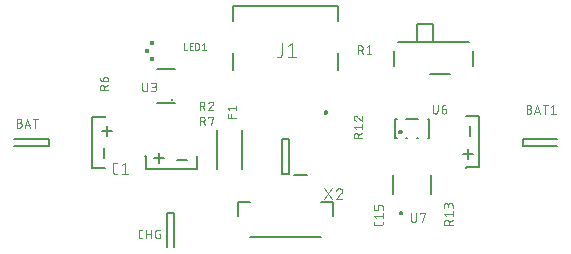
<source format=gbr>
G04 EAGLE Gerber RS-274X export*
G75*
%MOMM*%
%FSLAX34Y34*%
%LPD*%
%INSilkscreen Top*%
%IPPOS*%
%AMOC8*
5,1,8,0,0,1.08239X$1,22.5*%
G01*
%ADD10C,0.127000*%
%ADD11C,0.200000*%
%ADD12C,0.101600*%
%ADD13C,0.076200*%
%ADD14C,0.152400*%
%ADD15C,0.200000*%
%ADD16R,0.425000X0.325000*%
%ADD17R,0.350000X0.350000*%
%ADD18C,0.050800*%
%ADD19C,0.177800*%


D10*
X282825Y180259D02*
X282825Y194659D01*
X193425Y194659D02*
X193425Y180259D01*
X193425Y222059D02*
X193425Y234359D01*
X282825Y234359D01*
X282825Y222059D01*
D11*
X271125Y144359D02*
X271127Y144422D01*
X271133Y144484D01*
X271143Y144546D01*
X271156Y144608D01*
X271174Y144668D01*
X271195Y144727D01*
X271220Y144785D01*
X271249Y144841D01*
X271281Y144895D01*
X271316Y144947D01*
X271354Y144996D01*
X271396Y145044D01*
X271440Y145088D01*
X271488Y145130D01*
X271537Y145168D01*
X271589Y145203D01*
X271643Y145235D01*
X271699Y145264D01*
X271757Y145289D01*
X271816Y145310D01*
X271876Y145328D01*
X271938Y145341D01*
X272000Y145351D01*
X272062Y145357D01*
X272125Y145359D01*
X272188Y145357D01*
X272250Y145351D01*
X272312Y145341D01*
X272374Y145328D01*
X272434Y145310D01*
X272493Y145289D01*
X272551Y145264D01*
X272607Y145235D01*
X272661Y145203D01*
X272713Y145168D01*
X272762Y145130D01*
X272810Y145088D01*
X272854Y145044D01*
X272896Y144996D01*
X272934Y144947D01*
X272969Y144895D01*
X273001Y144841D01*
X273030Y144785D01*
X273055Y144727D01*
X273076Y144668D01*
X273094Y144608D01*
X273107Y144546D01*
X273117Y144484D01*
X273123Y144422D01*
X273125Y144359D01*
X273123Y144296D01*
X273117Y144234D01*
X273107Y144172D01*
X273094Y144110D01*
X273076Y144050D01*
X273055Y143991D01*
X273030Y143933D01*
X273001Y143877D01*
X272969Y143823D01*
X272934Y143771D01*
X272896Y143722D01*
X272854Y143674D01*
X272810Y143630D01*
X272762Y143588D01*
X272713Y143550D01*
X272661Y143515D01*
X272607Y143483D01*
X272551Y143454D01*
X272493Y143429D01*
X272434Y143408D01*
X272374Y143390D01*
X272312Y143377D01*
X272250Y143367D01*
X272188Y143361D01*
X272125Y143359D01*
X272062Y143361D01*
X272000Y143367D01*
X271938Y143377D01*
X271876Y143390D01*
X271816Y143408D01*
X271757Y143429D01*
X271699Y143454D01*
X271643Y143483D01*
X271589Y143515D01*
X271537Y143550D01*
X271488Y143588D01*
X271440Y143630D01*
X271396Y143674D01*
X271354Y143722D01*
X271316Y143771D01*
X271281Y143823D01*
X271249Y143877D01*
X271220Y143933D01*
X271195Y143991D01*
X271174Y144050D01*
X271156Y144110D01*
X271143Y144172D01*
X271133Y144234D01*
X271127Y144296D01*
X271125Y144359D01*
D12*
X234853Y193764D02*
X234853Y202851D01*
X234852Y193764D02*
X234850Y193665D01*
X234844Y193565D01*
X234835Y193466D01*
X234822Y193368D01*
X234805Y193270D01*
X234784Y193172D01*
X234759Y193076D01*
X234731Y192981D01*
X234699Y192887D01*
X234664Y192794D01*
X234625Y192702D01*
X234582Y192612D01*
X234537Y192524D01*
X234487Y192437D01*
X234435Y192353D01*
X234379Y192270D01*
X234321Y192190D01*
X234259Y192112D01*
X234194Y192037D01*
X234126Y191964D01*
X234056Y191894D01*
X233983Y191826D01*
X233908Y191761D01*
X233830Y191699D01*
X233750Y191641D01*
X233667Y191585D01*
X233583Y191533D01*
X233496Y191483D01*
X233408Y191438D01*
X233318Y191395D01*
X233226Y191356D01*
X233133Y191321D01*
X233039Y191289D01*
X232944Y191261D01*
X232848Y191236D01*
X232750Y191215D01*
X232652Y191198D01*
X232554Y191185D01*
X232455Y191176D01*
X232355Y191170D01*
X232256Y191168D01*
X232256Y191167D02*
X230958Y191167D01*
X240126Y200255D02*
X243371Y202851D01*
X243371Y191167D01*
X240126Y191167D02*
X246617Y191167D01*
D10*
X201400Y129409D02*
X201400Y96809D01*
X179600Y96809D02*
X179600Y129409D01*
D13*
X188943Y139929D02*
X196309Y139929D01*
X188943Y139929D02*
X188943Y143203D01*
X192216Y143203D02*
X192216Y139929D01*
X190579Y146009D02*
X188943Y148055D01*
X196309Y148055D01*
X196309Y146009D02*
X196309Y150101D01*
D12*
X165458Y153555D02*
X165458Y146443D01*
X165458Y153555D02*
X167433Y153555D01*
X167520Y153553D01*
X167608Y153547D01*
X167695Y153538D01*
X167781Y153524D01*
X167867Y153507D01*
X167951Y153486D01*
X168035Y153461D01*
X168118Y153432D01*
X168199Y153400D01*
X168279Y153365D01*
X168357Y153326D01*
X168434Y153283D01*
X168508Y153237D01*
X168580Y153188D01*
X168650Y153136D01*
X168718Y153080D01*
X168783Y153022D01*
X168846Y152961D01*
X168905Y152897D01*
X168962Y152830D01*
X169016Y152762D01*
X169067Y152690D01*
X169114Y152617D01*
X169159Y152542D01*
X169200Y152464D01*
X169237Y152385D01*
X169271Y152305D01*
X169301Y152223D01*
X169328Y152140D01*
X169351Y152055D01*
X169370Y151970D01*
X169385Y151884D01*
X169397Y151797D01*
X169405Y151710D01*
X169409Y151623D01*
X169409Y151535D01*
X169405Y151448D01*
X169397Y151361D01*
X169385Y151274D01*
X169370Y151188D01*
X169351Y151103D01*
X169328Y151018D01*
X169301Y150935D01*
X169271Y150853D01*
X169237Y150773D01*
X169200Y150694D01*
X169159Y150616D01*
X169114Y150541D01*
X169067Y150468D01*
X169016Y150396D01*
X168962Y150328D01*
X168905Y150261D01*
X168846Y150197D01*
X168783Y150136D01*
X168718Y150078D01*
X168650Y150022D01*
X168580Y149970D01*
X168508Y149921D01*
X168434Y149875D01*
X168357Y149832D01*
X168279Y149793D01*
X168199Y149758D01*
X168118Y149726D01*
X168035Y149697D01*
X167951Y149672D01*
X167867Y149651D01*
X167781Y149634D01*
X167695Y149620D01*
X167608Y149611D01*
X167520Y149605D01*
X167433Y149603D01*
X165458Y149603D01*
X167829Y149603D02*
X169409Y146443D01*
X174886Y153555D02*
X174968Y153553D01*
X175050Y153547D01*
X175132Y153538D01*
X175213Y153525D01*
X175293Y153508D01*
X175373Y153487D01*
X175451Y153463D01*
X175528Y153435D01*
X175604Y153404D01*
X175679Y153369D01*
X175751Y153330D01*
X175822Y153289D01*
X175891Y153244D01*
X175957Y153196D01*
X176022Y153145D01*
X176084Y153091D01*
X176143Y153034D01*
X176200Y152975D01*
X176254Y152913D01*
X176305Y152848D01*
X176353Y152782D01*
X176398Y152713D01*
X176439Y152642D01*
X176478Y152570D01*
X176513Y152495D01*
X176544Y152419D01*
X176572Y152342D01*
X176596Y152264D01*
X176617Y152184D01*
X176634Y152104D01*
X176647Y152023D01*
X176656Y151941D01*
X176662Y151859D01*
X176664Y151777D01*
X174886Y153554D02*
X174793Y153552D01*
X174701Y153546D01*
X174609Y153537D01*
X174517Y153524D01*
X174426Y153507D01*
X174336Y153487D01*
X174246Y153463D01*
X174158Y153435D01*
X174070Y153403D01*
X173985Y153369D01*
X173900Y153330D01*
X173818Y153289D01*
X173737Y153244D01*
X173657Y153195D01*
X173580Y153144D01*
X173505Y153090D01*
X173433Y153032D01*
X173363Y152972D01*
X173295Y152908D01*
X173230Y152843D01*
X173167Y152774D01*
X173108Y152703D01*
X173051Y152630D01*
X172997Y152554D01*
X172947Y152477D01*
X172899Y152397D01*
X172855Y152316D01*
X172815Y152232D01*
X172777Y152148D01*
X172743Y152061D01*
X172713Y151974D01*
X176071Y150394D02*
X176132Y150455D01*
X176190Y150518D01*
X176245Y150584D01*
X176298Y150652D01*
X176347Y150723D01*
X176392Y150795D01*
X176435Y150870D01*
X176474Y150946D01*
X176510Y151025D01*
X176542Y151104D01*
X176570Y151185D01*
X176595Y151268D01*
X176616Y151351D01*
X176633Y151435D01*
X176647Y151520D01*
X176656Y151605D01*
X176662Y151691D01*
X176664Y151777D01*
X176071Y150394D02*
X172713Y146443D01*
X176664Y146443D01*
X299458Y194052D02*
X299458Y201164D01*
X301433Y201164D01*
X301520Y201162D01*
X301608Y201156D01*
X301695Y201147D01*
X301781Y201133D01*
X301867Y201116D01*
X301951Y201095D01*
X302035Y201070D01*
X302118Y201041D01*
X302199Y201009D01*
X302279Y200974D01*
X302357Y200935D01*
X302434Y200892D01*
X302508Y200846D01*
X302580Y200797D01*
X302650Y200745D01*
X302718Y200689D01*
X302783Y200631D01*
X302846Y200570D01*
X302905Y200506D01*
X302962Y200439D01*
X303016Y200371D01*
X303067Y200299D01*
X303114Y200226D01*
X303159Y200151D01*
X303200Y200073D01*
X303237Y199994D01*
X303271Y199914D01*
X303301Y199832D01*
X303328Y199749D01*
X303351Y199664D01*
X303370Y199579D01*
X303385Y199493D01*
X303397Y199406D01*
X303405Y199319D01*
X303409Y199232D01*
X303409Y199144D01*
X303405Y199057D01*
X303397Y198970D01*
X303385Y198883D01*
X303370Y198797D01*
X303351Y198712D01*
X303328Y198627D01*
X303301Y198544D01*
X303271Y198462D01*
X303237Y198382D01*
X303200Y198303D01*
X303159Y198225D01*
X303114Y198150D01*
X303067Y198077D01*
X303016Y198005D01*
X302962Y197937D01*
X302905Y197870D01*
X302846Y197806D01*
X302783Y197745D01*
X302718Y197687D01*
X302650Y197631D01*
X302580Y197579D01*
X302508Y197530D01*
X302434Y197484D01*
X302357Y197441D01*
X302279Y197402D01*
X302199Y197367D01*
X302118Y197335D01*
X302035Y197306D01*
X301951Y197281D01*
X301867Y197260D01*
X301781Y197243D01*
X301695Y197229D01*
X301608Y197220D01*
X301520Y197214D01*
X301433Y197212D01*
X301433Y197213D02*
X299458Y197213D01*
X301829Y197213D02*
X303409Y194052D01*
X306713Y199583D02*
X308688Y201164D01*
X308688Y194052D01*
X306713Y194052D02*
X310664Y194052D01*
D14*
X144732Y152458D02*
X129112Y152458D01*
X129112Y180908D02*
X144732Y180908D01*
D15*
X141922Y155188D03*
D13*
X116725Y164224D02*
X116725Y169544D01*
X116725Y164224D02*
X116727Y164135D01*
X116733Y164046D01*
X116743Y163957D01*
X116756Y163869D01*
X116773Y163781D01*
X116795Y163694D01*
X116820Y163609D01*
X116848Y163524D01*
X116881Y163441D01*
X116917Y163359D01*
X116956Y163279D01*
X116999Y163201D01*
X117045Y163125D01*
X117095Y163050D01*
X117148Y162978D01*
X117204Y162909D01*
X117263Y162842D01*
X117324Y162777D01*
X117389Y162716D01*
X117456Y162657D01*
X117525Y162601D01*
X117597Y162548D01*
X117672Y162498D01*
X117748Y162452D01*
X117826Y162409D01*
X117906Y162370D01*
X117988Y162334D01*
X118071Y162301D01*
X118156Y162273D01*
X118241Y162248D01*
X118328Y162226D01*
X118416Y162209D01*
X118504Y162196D01*
X118593Y162186D01*
X118682Y162180D01*
X118771Y162178D01*
X118860Y162180D01*
X118949Y162186D01*
X119038Y162196D01*
X119126Y162209D01*
X119214Y162226D01*
X119301Y162248D01*
X119386Y162273D01*
X119471Y162301D01*
X119554Y162334D01*
X119636Y162370D01*
X119716Y162409D01*
X119794Y162452D01*
X119870Y162498D01*
X119945Y162548D01*
X120017Y162601D01*
X120086Y162657D01*
X120153Y162716D01*
X120218Y162777D01*
X120279Y162842D01*
X120338Y162909D01*
X120394Y162978D01*
X120447Y163050D01*
X120497Y163125D01*
X120543Y163201D01*
X120586Y163279D01*
X120625Y163359D01*
X120661Y163441D01*
X120694Y163524D01*
X120722Y163609D01*
X120747Y163694D01*
X120769Y163781D01*
X120786Y163869D01*
X120799Y163957D01*
X120809Y164046D01*
X120815Y164135D01*
X120817Y164224D01*
X120817Y169544D01*
X124284Y162178D02*
X126330Y162178D01*
X126419Y162180D01*
X126508Y162186D01*
X126597Y162196D01*
X126685Y162209D01*
X126773Y162226D01*
X126860Y162248D01*
X126945Y162273D01*
X127030Y162301D01*
X127113Y162334D01*
X127195Y162370D01*
X127275Y162409D01*
X127353Y162452D01*
X127429Y162498D01*
X127504Y162548D01*
X127576Y162601D01*
X127645Y162657D01*
X127712Y162716D01*
X127777Y162777D01*
X127838Y162842D01*
X127897Y162909D01*
X127953Y162978D01*
X128006Y163050D01*
X128056Y163125D01*
X128102Y163201D01*
X128145Y163279D01*
X128184Y163359D01*
X128220Y163441D01*
X128253Y163524D01*
X128281Y163609D01*
X128306Y163694D01*
X128328Y163781D01*
X128345Y163869D01*
X128358Y163957D01*
X128368Y164046D01*
X128374Y164135D01*
X128376Y164224D01*
X128374Y164313D01*
X128368Y164402D01*
X128358Y164491D01*
X128345Y164579D01*
X128328Y164667D01*
X128306Y164754D01*
X128281Y164839D01*
X128253Y164924D01*
X128220Y165007D01*
X128184Y165089D01*
X128145Y165169D01*
X128102Y165247D01*
X128056Y165323D01*
X128006Y165398D01*
X127953Y165470D01*
X127897Y165539D01*
X127838Y165606D01*
X127777Y165671D01*
X127712Y165732D01*
X127645Y165791D01*
X127576Y165847D01*
X127504Y165900D01*
X127429Y165950D01*
X127353Y165996D01*
X127275Y166039D01*
X127195Y166078D01*
X127113Y166114D01*
X127030Y166147D01*
X126945Y166175D01*
X126860Y166200D01*
X126773Y166222D01*
X126685Y166239D01*
X126597Y166252D01*
X126508Y166262D01*
X126419Y166268D01*
X126330Y166270D01*
X126739Y169544D02*
X124284Y169544D01*
X126739Y169544D02*
X126818Y169542D01*
X126897Y169536D01*
X126976Y169527D01*
X127054Y169514D01*
X127131Y169496D01*
X127207Y169476D01*
X127282Y169451D01*
X127356Y169423D01*
X127429Y169392D01*
X127500Y169356D01*
X127569Y169318D01*
X127636Y169276D01*
X127701Y169231D01*
X127764Y169183D01*
X127825Y169132D01*
X127882Y169078D01*
X127938Y169022D01*
X127990Y168963D01*
X128040Y168901D01*
X128086Y168837D01*
X128130Y168771D01*
X128170Y168703D01*
X128206Y168633D01*
X128240Y168561D01*
X128270Y168487D01*
X128296Y168413D01*
X128319Y168337D01*
X128337Y168260D01*
X128353Y168183D01*
X128364Y168104D01*
X128372Y168026D01*
X128376Y167947D01*
X128376Y167867D01*
X128372Y167788D01*
X128364Y167710D01*
X128353Y167631D01*
X128337Y167554D01*
X128319Y167477D01*
X128296Y167401D01*
X128270Y167327D01*
X128240Y167253D01*
X128206Y167181D01*
X128170Y167111D01*
X128130Y167043D01*
X128086Y166977D01*
X128040Y166913D01*
X127990Y166851D01*
X127938Y166792D01*
X127882Y166736D01*
X127825Y166682D01*
X127764Y166631D01*
X127701Y166583D01*
X127636Y166538D01*
X127569Y166496D01*
X127500Y166458D01*
X127429Y166422D01*
X127356Y166391D01*
X127282Y166363D01*
X127207Y166338D01*
X127131Y166318D01*
X127054Y166300D01*
X126976Y166287D01*
X126897Y166278D01*
X126818Y166272D01*
X126739Y166270D01*
X125102Y166270D01*
D12*
X165552Y140711D02*
X165552Y133599D01*
X165552Y140711D02*
X167527Y140711D01*
X167614Y140709D01*
X167702Y140703D01*
X167789Y140694D01*
X167875Y140680D01*
X167961Y140663D01*
X168045Y140642D01*
X168129Y140617D01*
X168212Y140588D01*
X168293Y140556D01*
X168373Y140521D01*
X168451Y140482D01*
X168528Y140439D01*
X168602Y140393D01*
X168674Y140344D01*
X168744Y140292D01*
X168812Y140236D01*
X168877Y140178D01*
X168940Y140117D01*
X168999Y140053D01*
X169056Y139986D01*
X169110Y139918D01*
X169161Y139846D01*
X169208Y139773D01*
X169253Y139698D01*
X169294Y139620D01*
X169331Y139541D01*
X169365Y139461D01*
X169395Y139379D01*
X169422Y139296D01*
X169445Y139211D01*
X169464Y139126D01*
X169479Y139040D01*
X169491Y138953D01*
X169499Y138866D01*
X169503Y138779D01*
X169503Y138691D01*
X169499Y138604D01*
X169491Y138517D01*
X169479Y138430D01*
X169464Y138344D01*
X169445Y138259D01*
X169422Y138174D01*
X169395Y138091D01*
X169365Y138009D01*
X169331Y137929D01*
X169294Y137850D01*
X169253Y137772D01*
X169208Y137697D01*
X169161Y137624D01*
X169110Y137552D01*
X169056Y137484D01*
X168999Y137417D01*
X168940Y137353D01*
X168877Y137292D01*
X168812Y137234D01*
X168744Y137178D01*
X168674Y137126D01*
X168602Y137077D01*
X168528Y137031D01*
X168451Y136988D01*
X168373Y136949D01*
X168293Y136914D01*
X168212Y136882D01*
X168129Y136853D01*
X168045Y136828D01*
X167961Y136807D01*
X167875Y136790D01*
X167789Y136776D01*
X167702Y136767D01*
X167614Y136761D01*
X167527Y136759D01*
X167527Y136760D02*
X165552Y136760D01*
X167922Y136760D02*
X169503Y133599D01*
X172807Y139921D02*
X172807Y140711D01*
X176758Y140711D01*
X174782Y133599D01*
D13*
X95761Y92475D02*
X93673Y92475D01*
X93584Y92477D01*
X93496Y92483D01*
X93408Y92492D01*
X93320Y92505D01*
X93233Y92522D01*
X93147Y92542D01*
X93062Y92567D01*
X92977Y92594D01*
X92894Y92626D01*
X92813Y92660D01*
X92733Y92699D01*
X92655Y92740D01*
X92578Y92785D01*
X92504Y92833D01*
X92431Y92884D01*
X92361Y92938D01*
X92294Y92996D01*
X92228Y93056D01*
X92166Y93118D01*
X92106Y93184D01*
X92048Y93251D01*
X91994Y93321D01*
X91943Y93394D01*
X91895Y93468D01*
X91850Y93545D01*
X91809Y93623D01*
X91770Y93703D01*
X91736Y93784D01*
X91704Y93867D01*
X91677Y93952D01*
X91652Y94037D01*
X91632Y94123D01*
X91615Y94210D01*
X91602Y94298D01*
X91593Y94386D01*
X91587Y94474D01*
X91585Y94563D01*
X91584Y94563D02*
X91584Y99784D01*
X91585Y99784D02*
X91587Y99875D01*
X91593Y99966D01*
X91603Y100057D01*
X91617Y100147D01*
X91634Y100236D01*
X91656Y100324D01*
X91682Y100412D01*
X91711Y100498D01*
X91744Y100583D01*
X91781Y100666D01*
X91821Y100748D01*
X91865Y100828D01*
X91912Y100906D01*
X91963Y100982D01*
X92016Y101055D01*
X92073Y101126D01*
X92134Y101195D01*
X92197Y101260D01*
X92262Y101323D01*
X92331Y101383D01*
X92402Y101441D01*
X92475Y101494D01*
X92551Y101545D01*
X92629Y101592D01*
X92709Y101636D01*
X92791Y101676D01*
X92874Y101713D01*
X92959Y101746D01*
X93045Y101775D01*
X93133Y101801D01*
X93221Y101823D01*
X93310Y101840D01*
X93400Y101854D01*
X93491Y101864D01*
X93582Y101870D01*
X93673Y101872D01*
X93673Y101873D02*
X95761Y101873D01*
X99230Y99784D02*
X101840Y101873D01*
X101840Y92475D01*
X99230Y92475D02*
X104451Y92475D01*
D16*
X124688Y203328D03*
X124688Y189578D03*
D17*
X120813Y196453D03*
D18*
X152038Y197267D02*
X152038Y202855D01*
X152038Y197267D02*
X154522Y197267D01*
X156793Y197267D02*
X159277Y197267D01*
X156793Y197267D02*
X156793Y202855D01*
X159277Y202855D01*
X158656Y200371D02*
X156793Y200371D01*
X161537Y202855D02*
X161537Y197267D01*
X161537Y202855D02*
X163089Y202855D01*
X163089Y202854D02*
X163165Y202852D01*
X163241Y202847D01*
X163317Y202837D01*
X163392Y202824D01*
X163466Y202807D01*
X163540Y202787D01*
X163612Y202763D01*
X163683Y202736D01*
X163753Y202705D01*
X163821Y202671D01*
X163887Y202633D01*
X163951Y202592D01*
X164014Y202549D01*
X164074Y202502D01*
X164131Y202452D01*
X164186Y202399D01*
X164239Y202344D01*
X164289Y202287D01*
X164336Y202227D01*
X164379Y202164D01*
X164420Y202100D01*
X164458Y202034D01*
X164492Y201966D01*
X164523Y201896D01*
X164550Y201825D01*
X164574Y201752D01*
X164594Y201679D01*
X164611Y201605D01*
X164624Y201530D01*
X164634Y201454D01*
X164639Y201378D01*
X164641Y201302D01*
X164641Y198819D01*
X164639Y198740D01*
X164633Y198662D01*
X164623Y198584D01*
X164609Y198507D01*
X164591Y198430D01*
X164570Y198354D01*
X164544Y198280D01*
X164515Y198207D01*
X164482Y198136D01*
X164446Y198066D01*
X164406Y197998D01*
X164363Y197932D01*
X164316Y197869D01*
X164267Y197808D01*
X164214Y197750D01*
X164158Y197694D01*
X164100Y197641D01*
X164039Y197592D01*
X163976Y197545D01*
X163910Y197502D01*
X163842Y197462D01*
X163773Y197426D01*
X163701Y197393D01*
X163628Y197364D01*
X163554Y197338D01*
X163478Y197317D01*
X163401Y197299D01*
X163324Y197285D01*
X163246Y197275D01*
X163168Y197269D01*
X163089Y197267D01*
X161537Y197267D01*
X167206Y201613D02*
X168758Y202855D01*
X168758Y197267D01*
X167206Y197267D02*
X170311Y197267D01*
D12*
X87823Y163302D02*
X80711Y163302D01*
X80711Y165277D01*
X80713Y165364D01*
X80719Y165452D01*
X80728Y165539D01*
X80742Y165625D01*
X80759Y165711D01*
X80780Y165795D01*
X80805Y165879D01*
X80834Y165962D01*
X80866Y166043D01*
X80901Y166123D01*
X80940Y166201D01*
X80983Y166278D01*
X81029Y166352D01*
X81078Y166424D01*
X81130Y166494D01*
X81186Y166562D01*
X81244Y166627D01*
X81305Y166690D01*
X81369Y166749D01*
X81436Y166806D01*
X81504Y166860D01*
X81576Y166911D01*
X81649Y166958D01*
X81724Y167003D01*
X81802Y167044D01*
X81881Y167081D01*
X81961Y167115D01*
X82043Y167145D01*
X82126Y167172D01*
X82211Y167195D01*
X82296Y167214D01*
X82382Y167229D01*
X82469Y167241D01*
X82556Y167249D01*
X82643Y167253D01*
X82731Y167253D01*
X82818Y167249D01*
X82905Y167241D01*
X82992Y167229D01*
X83078Y167214D01*
X83163Y167195D01*
X83248Y167172D01*
X83331Y167145D01*
X83413Y167115D01*
X83493Y167081D01*
X83572Y167044D01*
X83650Y167003D01*
X83725Y166958D01*
X83798Y166911D01*
X83870Y166860D01*
X83938Y166806D01*
X84005Y166749D01*
X84069Y166690D01*
X84130Y166627D01*
X84188Y166562D01*
X84244Y166494D01*
X84296Y166424D01*
X84345Y166352D01*
X84391Y166278D01*
X84434Y166201D01*
X84473Y166123D01*
X84508Y166043D01*
X84540Y165962D01*
X84569Y165879D01*
X84594Y165795D01*
X84615Y165711D01*
X84632Y165625D01*
X84646Y165539D01*
X84655Y165452D01*
X84661Y165364D01*
X84663Y165277D01*
X84662Y165277D02*
X84662Y163302D01*
X84662Y165672D02*
X87823Y167253D01*
X83872Y170557D02*
X83872Y172927D01*
X83874Y173005D01*
X83880Y173082D01*
X83889Y173159D01*
X83902Y173235D01*
X83919Y173311D01*
X83940Y173386D01*
X83964Y173459D01*
X83992Y173532D01*
X84024Y173603D01*
X84059Y173672D01*
X84097Y173739D01*
X84138Y173805D01*
X84183Y173868D01*
X84231Y173929D01*
X84281Y173988D01*
X84335Y174044D01*
X84391Y174098D01*
X84450Y174148D01*
X84511Y174196D01*
X84574Y174241D01*
X84640Y174282D01*
X84707Y174320D01*
X84776Y174355D01*
X84847Y174387D01*
X84920Y174415D01*
X84993Y174439D01*
X85068Y174460D01*
X85144Y174477D01*
X85220Y174490D01*
X85297Y174499D01*
X85374Y174505D01*
X85452Y174507D01*
X85452Y174508D02*
X85848Y174508D01*
X85935Y174506D01*
X86023Y174500D01*
X86110Y174491D01*
X86196Y174477D01*
X86282Y174460D01*
X86366Y174439D01*
X86450Y174414D01*
X86533Y174385D01*
X86614Y174353D01*
X86694Y174318D01*
X86772Y174279D01*
X86849Y174236D01*
X86923Y174190D01*
X86995Y174141D01*
X87065Y174089D01*
X87133Y174033D01*
X87198Y173975D01*
X87261Y173914D01*
X87320Y173850D01*
X87377Y173783D01*
X87431Y173715D01*
X87482Y173643D01*
X87529Y173570D01*
X87574Y173495D01*
X87615Y173417D01*
X87652Y173338D01*
X87686Y173258D01*
X87716Y173176D01*
X87743Y173093D01*
X87766Y173008D01*
X87785Y172923D01*
X87800Y172837D01*
X87812Y172750D01*
X87820Y172663D01*
X87824Y172576D01*
X87824Y172488D01*
X87820Y172401D01*
X87812Y172314D01*
X87800Y172227D01*
X87785Y172141D01*
X87766Y172056D01*
X87743Y171971D01*
X87716Y171888D01*
X87686Y171806D01*
X87652Y171726D01*
X87615Y171647D01*
X87574Y171569D01*
X87529Y171494D01*
X87482Y171421D01*
X87431Y171349D01*
X87377Y171281D01*
X87320Y171214D01*
X87261Y171150D01*
X87198Y171089D01*
X87133Y171031D01*
X87065Y170975D01*
X86995Y170923D01*
X86923Y170874D01*
X86849Y170828D01*
X86772Y170785D01*
X86694Y170746D01*
X86614Y170711D01*
X86533Y170679D01*
X86450Y170650D01*
X86366Y170625D01*
X86282Y170604D01*
X86196Y170587D01*
X86110Y170573D01*
X86023Y170564D01*
X85935Y170558D01*
X85848Y170556D01*
X85848Y170557D02*
X83872Y170557D01*
X83872Y170556D02*
X83762Y170558D01*
X83652Y170564D01*
X83542Y170573D01*
X83432Y170587D01*
X83323Y170604D01*
X83215Y170625D01*
X83107Y170650D01*
X83001Y170678D01*
X82895Y170711D01*
X82791Y170747D01*
X82688Y170786D01*
X82586Y170829D01*
X82486Y170876D01*
X82388Y170926D01*
X82292Y170979D01*
X82197Y171036D01*
X82104Y171096D01*
X82014Y171160D01*
X81926Y171226D01*
X81840Y171296D01*
X81757Y171368D01*
X81676Y171443D01*
X81598Y171521D01*
X81523Y171602D01*
X81451Y171685D01*
X81381Y171771D01*
X81315Y171859D01*
X81251Y171949D01*
X81191Y172042D01*
X81135Y172136D01*
X81081Y172233D01*
X81031Y172331D01*
X80984Y172431D01*
X80941Y172533D01*
X80902Y172636D01*
X80866Y172740D01*
X80833Y172846D01*
X80805Y172952D01*
X80780Y173060D01*
X80759Y173168D01*
X80742Y173277D01*
X80728Y173387D01*
X80719Y173496D01*
X80713Y173607D01*
X80711Y173717D01*
D10*
X85438Y97063D02*
X74438Y97063D01*
X74438Y140063D01*
X85438Y140063D01*
X85438Y141063D01*
X37438Y116063D02*
X8438Y116063D01*
X37438Y116063D02*
X37438Y122063D01*
X8438Y122063D01*
D19*
X86668Y124812D02*
X86668Y133109D01*
X82520Y128960D02*
X90817Y128960D01*
X84668Y113959D02*
X84668Y105662D01*
D13*
X12542Y135595D02*
X10496Y135595D01*
X12542Y135595D02*
X12631Y135593D01*
X12720Y135587D01*
X12809Y135577D01*
X12897Y135564D01*
X12985Y135547D01*
X13072Y135525D01*
X13157Y135500D01*
X13242Y135472D01*
X13325Y135439D01*
X13407Y135403D01*
X13487Y135364D01*
X13565Y135321D01*
X13641Y135275D01*
X13716Y135225D01*
X13788Y135172D01*
X13857Y135116D01*
X13924Y135057D01*
X13989Y134996D01*
X14050Y134931D01*
X14109Y134864D01*
X14165Y134795D01*
X14218Y134723D01*
X14268Y134648D01*
X14314Y134572D01*
X14357Y134494D01*
X14396Y134414D01*
X14432Y134332D01*
X14465Y134249D01*
X14493Y134164D01*
X14518Y134079D01*
X14540Y133992D01*
X14557Y133904D01*
X14570Y133816D01*
X14580Y133727D01*
X14586Y133638D01*
X14588Y133549D01*
X14586Y133460D01*
X14580Y133371D01*
X14570Y133282D01*
X14557Y133194D01*
X14540Y133106D01*
X14518Y133019D01*
X14493Y132934D01*
X14465Y132849D01*
X14432Y132766D01*
X14396Y132684D01*
X14357Y132604D01*
X14314Y132526D01*
X14268Y132450D01*
X14218Y132375D01*
X14165Y132303D01*
X14109Y132234D01*
X14050Y132167D01*
X13989Y132102D01*
X13924Y132041D01*
X13857Y131982D01*
X13788Y131926D01*
X13716Y131873D01*
X13641Y131823D01*
X13565Y131777D01*
X13487Y131734D01*
X13407Y131695D01*
X13325Y131659D01*
X13242Y131626D01*
X13157Y131598D01*
X13072Y131573D01*
X12985Y131551D01*
X12897Y131534D01*
X12809Y131521D01*
X12720Y131511D01*
X12631Y131505D01*
X12542Y131503D01*
X10496Y131503D01*
X10496Y138869D01*
X12542Y138869D01*
X12621Y138867D01*
X12700Y138861D01*
X12779Y138852D01*
X12857Y138839D01*
X12934Y138821D01*
X13010Y138801D01*
X13085Y138776D01*
X13159Y138748D01*
X13232Y138717D01*
X13303Y138681D01*
X13372Y138643D01*
X13439Y138601D01*
X13504Y138556D01*
X13567Y138508D01*
X13628Y138457D01*
X13685Y138403D01*
X13741Y138347D01*
X13793Y138288D01*
X13843Y138226D01*
X13889Y138162D01*
X13933Y138096D01*
X13973Y138028D01*
X14009Y137958D01*
X14043Y137886D01*
X14073Y137812D01*
X14099Y137738D01*
X14122Y137662D01*
X14140Y137585D01*
X14156Y137508D01*
X14167Y137429D01*
X14175Y137351D01*
X14179Y137272D01*
X14179Y137192D01*
X14175Y137113D01*
X14167Y137035D01*
X14156Y136956D01*
X14140Y136879D01*
X14122Y136802D01*
X14099Y136726D01*
X14073Y136652D01*
X14043Y136578D01*
X14009Y136506D01*
X13973Y136436D01*
X13933Y136368D01*
X13889Y136302D01*
X13843Y136238D01*
X13793Y136176D01*
X13741Y136117D01*
X13685Y136061D01*
X13628Y136007D01*
X13567Y135956D01*
X13504Y135908D01*
X13439Y135863D01*
X13372Y135821D01*
X13303Y135783D01*
X13232Y135747D01*
X13159Y135716D01*
X13085Y135688D01*
X13010Y135663D01*
X12934Y135643D01*
X12857Y135625D01*
X12779Y135612D01*
X12700Y135603D01*
X12621Y135597D01*
X12542Y135595D01*
X17040Y131503D02*
X19495Y138869D01*
X21951Y131503D01*
X21337Y133345D02*
X17654Y133345D01*
X26323Y131503D02*
X26323Y138869D01*
X24277Y138869D02*
X28369Y138869D01*
D10*
X396641Y183500D02*
X396641Y196500D01*
X393141Y204000D02*
X362641Y204000D01*
X349641Y204000D01*
X333141Y204000D01*
X329641Y196500D02*
X329641Y183500D01*
X360141Y177000D02*
X377141Y177000D01*
X362641Y219000D02*
X349641Y219000D01*
X362641Y219000D02*
X362641Y204000D01*
X349641Y204000D02*
X349641Y219000D01*
D11*
X241375Y92406D02*
X234875Y92406D01*
X234875Y121906D01*
X241375Y121906D01*
X241375Y92406D01*
X244875Y91156D02*
X256375Y91156D01*
D10*
X163016Y96266D02*
X163016Y107266D01*
X163016Y96266D02*
X120016Y96266D01*
X120016Y107266D01*
X119016Y107266D01*
X144016Y59266D02*
X144016Y30266D01*
X144016Y59266D02*
X138016Y59266D01*
X138016Y30266D01*
D19*
X135267Y105731D02*
X126969Y105731D01*
X131118Y109879D02*
X131118Y101582D01*
X146119Y103731D02*
X154417Y103731D01*
D13*
X116838Y37706D02*
X115201Y37706D01*
X115123Y37708D01*
X115045Y37713D01*
X114968Y37723D01*
X114891Y37736D01*
X114815Y37752D01*
X114740Y37772D01*
X114666Y37796D01*
X114593Y37823D01*
X114521Y37854D01*
X114451Y37888D01*
X114383Y37925D01*
X114316Y37966D01*
X114251Y38010D01*
X114189Y38056D01*
X114129Y38106D01*
X114071Y38158D01*
X114016Y38213D01*
X113964Y38271D01*
X113914Y38331D01*
X113868Y38393D01*
X113824Y38458D01*
X113783Y38525D01*
X113746Y38593D01*
X113712Y38663D01*
X113681Y38735D01*
X113654Y38808D01*
X113630Y38882D01*
X113610Y38957D01*
X113594Y39033D01*
X113581Y39110D01*
X113571Y39187D01*
X113566Y39265D01*
X113564Y39343D01*
X113564Y43435D01*
X113566Y43515D01*
X113572Y43595D01*
X113582Y43675D01*
X113595Y43754D01*
X113613Y43833D01*
X113634Y43910D01*
X113660Y43986D01*
X113689Y44061D01*
X113721Y44135D01*
X113757Y44207D01*
X113797Y44277D01*
X113840Y44344D01*
X113886Y44410D01*
X113936Y44473D01*
X113988Y44534D01*
X114043Y44593D01*
X114102Y44648D01*
X114162Y44700D01*
X114226Y44750D01*
X114292Y44796D01*
X114359Y44839D01*
X114429Y44879D01*
X114501Y44915D01*
X114575Y44947D01*
X114649Y44976D01*
X114726Y45002D01*
X114803Y45023D01*
X114882Y45041D01*
X114961Y45054D01*
X115041Y45064D01*
X115121Y45070D01*
X115201Y45072D01*
X116838Y45072D01*
X119927Y45072D02*
X119927Y37706D01*
X119927Y41798D02*
X124019Y41798D01*
X124019Y45072D02*
X124019Y37706D01*
X130594Y41798D02*
X131822Y41798D01*
X131822Y37706D01*
X129367Y37706D01*
X129289Y37708D01*
X129211Y37713D01*
X129134Y37723D01*
X129057Y37736D01*
X128981Y37752D01*
X128906Y37772D01*
X128832Y37796D01*
X128759Y37823D01*
X128687Y37854D01*
X128617Y37888D01*
X128549Y37925D01*
X128482Y37966D01*
X128417Y38010D01*
X128355Y38056D01*
X128295Y38106D01*
X128237Y38158D01*
X128182Y38213D01*
X128130Y38271D01*
X128080Y38331D01*
X128034Y38393D01*
X127990Y38458D01*
X127949Y38525D01*
X127912Y38593D01*
X127878Y38663D01*
X127847Y38735D01*
X127820Y38808D01*
X127796Y38882D01*
X127776Y38957D01*
X127760Y39033D01*
X127747Y39110D01*
X127737Y39187D01*
X127732Y39265D01*
X127730Y39343D01*
X127730Y43435D01*
X127732Y43515D01*
X127738Y43595D01*
X127748Y43675D01*
X127761Y43754D01*
X127779Y43833D01*
X127800Y43910D01*
X127826Y43986D01*
X127855Y44061D01*
X127887Y44135D01*
X127923Y44207D01*
X127963Y44277D01*
X128006Y44344D01*
X128052Y44410D01*
X128102Y44473D01*
X128154Y44534D01*
X128209Y44593D01*
X128268Y44648D01*
X128328Y44700D01*
X128392Y44750D01*
X128458Y44796D01*
X128525Y44839D01*
X128595Y44879D01*
X128667Y44915D01*
X128741Y44947D01*
X128815Y44976D01*
X128892Y45002D01*
X128969Y45023D01*
X129048Y45041D01*
X129127Y45054D01*
X129207Y45064D01*
X129287Y45070D01*
X129367Y45072D01*
X131822Y45072D01*
D14*
X198125Y68188D02*
X208125Y68188D01*
X268125Y68188D02*
X278125Y68188D01*
X278125Y56938D01*
X268125Y39188D02*
X208125Y39188D01*
X198125Y56938D02*
X198125Y68188D01*
D13*
X270981Y70719D02*
X277247Y80117D01*
X270981Y80117D02*
X277247Y70719D01*
X285869Y77767D02*
X285867Y77862D01*
X285861Y77956D01*
X285852Y78050D01*
X285839Y78144D01*
X285822Y78237D01*
X285801Y78329D01*
X285776Y78421D01*
X285748Y78511D01*
X285716Y78600D01*
X285681Y78688D01*
X285642Y78774D01*
X285600Y78859D01*
X285554Y78942D01*
X285505Y79023D01*
X285453Y79102D01*
X285398Y79179D01*
X285339Y79253D01*
X285278Y79325D01*
X285214Y79395D01*
X285147Y79462D01*
X285077Y79526D01*
X285005Y79587D01*
X284931Y79646D01*
X284854Y79701D01*
X284775Y79753D01*
X284694Y79802D01*
X284611Y79848D01*
X284526Y79890D01*
X284440Y79929D01*
X284352Y79964D01*
X284263Y79996D01*
X284173Y80024D01*
X284081Y80049D01*
X283989Y80070D01*
X283896Y80087D01*
X283802Y80100D01*
X283708Y80109D01*
X283614Y80115D01*
X283519Y80117D01*
X283519Y80116D02*
X283411Y80114D01*
X283302Y80108D01*
X283194Y80098D01*
X283087Y80085D01*
X282980Y80067D01*
X282873Y80046D01*
X282768Y80021D01*
X282663Y79992D01*
X282560Y79960D01*
X282458Y79923D01*
X282357Y79883D01*
X282258Y79840D01*
X282160Y79793D01*
X282064Y79742D01*
X281970Y79688D01*
X281878Y79631D01*
X281788Y79570D01*
X281700Y79506D01*
X281615Y79440D01*
X281532Y79370D01*
X281452Y79297D01*
X281374Y79221D01*
X281299Y79143D01*
X281227Y79062D01*
X281158Y78978D01*
X281092Y78892D01*
X281029Y78804D01*
X280970Y78713D01*
X280913Y78621D01*
X280860Y78526D01*
X280811Y78430D01*
X280765Y78331D01*
X280722Y78232D01*
X280683Y78130D01*
X280648Y78028D01*
X285086Y75939D02*
X285155Y76008D01*
X285221Y76079D01*
X285285Y76152D01*
X285346Y76228D01*
X285404Y76307D01*
X285458Y76387D01*
X285510Y76470D01*
X285558Y76554D01*
X285604Y76640D01*
X285645Y76728D01*
X285684Y76818D01*
X285719Y76909D01*
X285750Y77001D01*
X285778Y77094D01*
X285802Y77188D01*
X285822Y77283D01*
X285839Y77379D01*
X285852Y77476D01*
X285861Y77573D01*
X285867Y77670D01*
X285869Y77767D01*
X285085Y75940D02*
X280648Y70719D01*
X285869Y70719D01*
D10*
X390813Y141063D02*
X401813Y141063D01*
X401813Y98063D01*
X390813Y98063D01*
X390813Y97063D01*
X438813Y122063D02*
X467813Y122063D01*
X438813Y122063D02*
X438813Y116063D01*
X467813Y116063D01*
D19*
X392347Y113314D02*
X392347Y105016D01*
X388199Y109165D02*
X396496Y109165D01*
X394347Y124166D02*
X394347Y132464D01*
D13*
X442131Y147145D02*
X444177Y147145D01*
X444266Y147143D01*
X444355Y147137D01*
X444444Y147127D01*
X444532Y147114D01*
X444620Y147097D01*
X444707Y147075D01*
X444792Y147050D01*
X444877Y147022D01*
X444960Y146989D01*
X445042Y146953D01*
X445122Y146914D01*
X445200Y146871D01*
X445276Y146825D01*
X445351Y146775D01*
X445423Y146722D01*
X445492Y146666D01*
X445559Y146607D01*
X445624Y146546D01*
X445685Y146481D01*
X445744Y146414D01*
X445800Y146345D01*
X445853Y146273D01*
X445903Y146198D01*
X445949Y146122D01*
X445992Y146044D01*
X446031Y145964D01*
X446067Y145882D01*
X446100Y145799D01*
X446128Y145714D01*
X446153Y145629D01*
X446175Y145542D01*
X446192Y145454D01*
X446205Y145366D01*
X446215Y145277D01*
X446221Y145188D01*
X446223Y145099D01*
X446221Y145010D01*
X446215Y144921D01*
X446205Y144832D01*
X446192Y144744D01*
X446175Y144656D01*
X446153Y144569D01*
X446128Y144484D01*
X446100Y144399D01*
X446067Y144316D01*
X446031Y144234D01*
X445992Y144154D01*
X445949Y144076D01*
X445903Y144000D01*
X445853Y143925D01*
X445800Y143853D01*
X445744Y143784D01*
X445685Y143717D01*
X445624Y143652D01*
X445559Y143591D01*
X445492Y143532D01*
X445423Y143476D01*
X445351Y143423D01*
X445276Y143373D01*
X445200Y143327D01*
X445122Y143284D01*
X445042Y143245D01*
X444960Y143209D01*
X444877Y143176D01*
X444792Y143148D01*
X444707Y143123D01*
X444620Y143101D01*
X444532Y143084D01*
X444444Y143071D01*
X444355Y143061D01*
X444266Y143055D01*
X444177Y143053D01*
X442131Y143053D01*
X442131Y150419D01*
X444177Y150419D01*
X444256Y150417D01*
X444335Y150411D01*
X444414Y150402D01*
X444492Y150389D01*
X444569Y150371D01*
X444645Y150351D01*
X444720Y150326D01*
X444794Y150298D01*
X444867Y150267D01*
X444938Y150231D01*
X445007Y150193D01*
X445074Y150151D01*
X445139Y150106D01*
X445202Y150058D01*
X445263Y150007D01*
X445320Y149953D01*
X445376Y149897D01*
X445428Y149838D01*
X445478Y149776D01*
X445524Y149712D01*
X445568Y149646D01*
X445608Y149578D01*
X445644Y149508D01*
X445678Y149436D01*
X445708Y149362D01*
X445734Y149288D01*
X445757Y149212D01*
X445775Y149135D01*
X445791Y149058D01*
X445802Y148979D01*
X445810Y148901D01*
X445814Y148822D01*
X445814Y148742D01*
X445810Y148663D01*
X445802Y148585D01*
X445791Y148506D01*
X445775Y148429D01*
X445757Y148352D01*
X445734Y148276D01*
X445708Y148202D01*
X445678Y148128D01*
X445644Y148056D01*
X445608Y147986D01*
X445568Y147918D01*
X445524Y147852D01*
X445478Y147788D01*
X445428Y147726D01*
X445376Y147667D01*
X445320Y147611D01*
X445263Y147557D01*
X445202Y147506D01*
X445139Y147458D01*
X445074Y147413D01*
X445007Y147371D01*
X444938Y147333D01*
X444867Y147297D01*
X444794Y147266D01*
X444720Y147238D01*
X444645Y147213D01*
X444569Y147193D01*
X444492Y147175D01*
X444414Y147162D01*
X444335Y147153D01*
X444256Y147147D01*
X444177Y147145D01*
X448675Y143053D02*
X451131Y150419D01*
X453586Y143053D01*
X452972Y144894D02*
X449289Y144894D01*
X457958Y143053D02*
X457958Y150419D01*
X455912Y150419D02*
X460004Y150419D01*
X462740Y148782D02*
X464786Y150419D01*
X464786Y143053D01*
X462740Y143053D02*
X466832Y143053D01*
D14*
X359501Y139069D02*
X359501Y122869D01*
X331061Y122869D02*
X331061Y139069D01*
X340061Y139069D02*
X350501Y139069D01*
X341001Y122869D02*
X340061Y122869D01*
X349561Y122869D02*
X350501Y122869D01*
X332001Y122869D02*
X331061Y122869D01*
X358561Y122869D02*
X359501Y122869D01*
X359501Y139069D02*
X358561Y139069D01*
X332001Y139069D02*
X331061Y139069D01*
D10*
X334281Y127969D02*
X334283Y128032D01*
X334289Y128094D01*
X334299Y128156D01*
X334312Y128218D01*
X334330Y128278D01*
X334351Y128337D01*
X334376Y128395D01*
X334405Y128451D01*
X334437Y128505D01*
X334472Y128557D01*
X334510Y128606D01*
X334552Y128654D01*
X334596Y128698D01*
X334644Y128740D01*
X334693Y128778D01*
X334745Y128813D01*
X334799Y128845D01*
X334855Y128874D01*
X334913Y128899D01*
X334972Y128920D01*
X335032Y128938D01*
X335094Y128951D01*
X335156Y128961D01*
X335218Y128967D01*
X335281Y128969D01*
X335344Y128967D01*
X335406Y128961D01*
X335468Y128951D01*
X335530Y128938D01*
X335590Y128920D01*
X335649Y128899D01*
X335707Y128874D01*
X335763Y128845D01*
X335817Y128813D01*
X335869Y128778D01*
X335918Y128740D01*
X335966Y128698D01*
X336010Y128654D01*
X336052Y128606D01*
X336090Y128557D01*
X336125Y128505D01*
X336157Y128451D01*
X336186Y128395D01*
X336211Y128337D01*
X336232Y128278D01*
X336250Y128218D01*
X336263Y128156D01*
X336273Y128094D01*
X336279Y128032D01*
X336281Y127969D01*
X336279Y127906D01*
X336273Y127844D01*
X336263Y127782D01*
X336250Y127720D01*
X336232Y127660D01*
X336211Y127601D01*
X336186Y127543D01*
X336157Y127487D01*
X336125Y127433D01*
X336090Y127381D01*
X336052Y127332D01*
X336010Y127284D01*
X335966Y127240D01*
X335918Y127198D01*
X335869Y127160D01*
X335817Y127125D01*
X335763Y127093D01*
X335707Y127064D01*
X335649Y127039D01*
X335590Y127018D01*
X335530Y127000D01*
X335468Y126987D01*
X335406Y126977D01*
X335344Y126971D01*
X335281Y126969D01*
X335218Y126971D01*
X335156Y126977D01*
X335094Y126987D01*
X335032Y127000D01*
X334972Y127018D01*
X334913Y127039D01*
X334855Y127064D01*
X334799Y127093D01*
X334745Y127125D01*
X334693Y127160D01*
X334644Y127198D01*
X334596Y127240D01*
X334552Y127284D01*
X334510Y127332D01*
X334472Y127381D01*
X334437Y127433D01*
X334405Y127487D01*
X334376Y127543D01*
X334351Y127601D01*
X334330Y127660D01*
X334312Y127720D01*
X334299Y127782D01*
X334289Y127844D01*
X334283Y127906D01*
X334281Y127969D01*
D13*
X362612Y145446D02*
X362612Y150766D01*
X362612Y145446D02*
X362614Y145357D01*
X362620Y145268D01*
X362630Y145179D01*
X362643Y145091D01*
X362660Y145003D01*
X362682Y144916D01*
X362707Y144831D01*
X362735Y144746D01*
X362768Y144663D01*
X362804Y144581D01*
X362843Y144501D01*
X362886Y144423D01*
X362932Y144347D01*
X362982Y144272D01*
X363035Y144200D01*
X363091Y144131D01*
X363150Y144064D01*
X363211Y143999D01*
X363276Y143938D01*
X363343Y143879D01*
X363412Y143823D01*
X363484Y143770D01*
X363559Y143720D01*
X363635Y143674D01*
X363713Y143631D01*
X363793Y143592D01*
X363875Y143556D01*
X363958Y143523D01*
X364043Y143495D01*
X364128Y143470D01*
X364215Y143448D01*
X364303Y143431D01*
X364391Y143418D01*
X364480Y143408D01*
X364569Y143402D01*
X364658Y143400D01*
X364747Y143402D01*
X364836Y143408D01*
X364925Y143418D01*
X365013Y143431D01*
X365101Y143448D01*
X365188Y143470D01*
X365273Y143495D01*
X365358Y143523D01*
X365441Y143556D01*
X365523Y143592D01*
X365603Y143631D01*
X365681Y143674D01*
X365757Y143720D01*
X365832Y143770D01*
X365904Y143823D01*
X365973Y143879D01*
X366040Y143938D01*
X366105Y143999D01*
X366166Y144064D01*
X366225Y144131D01*
X366281Y144200D01*
X366334Y144272D01*
X366384Y144347D01*
X366430Y144423D01*
X366473Y144501D01*
X366512Y144581D01*
X366548Y144663D01*
X366581Y144746D01*
X366609Y144831D01*
X366634Y144916D01*
X366656Y145003D01*
X366673Y145091D01*
X366686Y145179D01*
X366696Y145268D01*
X366702Y145357D01*
X366704Y145446D01*
X366704Y150766D01*
X370171Y147492D02*
X372627Y147492D01*
X372705Y147490D01*
X372783Y147485D01*
X372860Y147475D01*
X372937Y147462D01*
X373013Y147446D01*
X373088Y147426D01*
X373162Y147402D01*
X373235Y147375D01*
X373307Y147344D01*
X373377Y147310D01*
X373446Y147273D01*
X373512Y147232D01*
X373577Y147188D01*
X373639Y147142D01*
X373699Y147092D01*
X373757Y147040D01*
X373812Y146985D01*
X373864Y146927D01*
X373914Y146867D01*
X373960Y146805D01*
X374004Y146740D01*
X374045Y146674D01*
X374082Y146605D01*
X374116Y146535D01*
X374147Y146463D01*
X374174Y146390D01*
X374198Y146316D01*
X374218Y146241D01*
X374234Y146165D01*
X374247Y146088D01*
X374257Y146011D01*
X374262Y145933D01*
X374264Y145855D01*
X374264Y145446D01*
X374263Y145446D02*
X374261Y145357D01*
X374255Y145268D01*
X374245Y145179D01*
X374232Y145091D01*
X374215Y145003D01*
X374193Y144916D01*
X374168Y144831D01*
X374140Y144746D01*
X374107Y144663D01*
X374071Y144581D01*
X374032Y144501D01*
X373989Y144423D01*
X373943Y144347D01*
X373893Y144272D01*
X373840Y144200D01*
X373784Y144131D01*
X373725Y144064D01*
X373664Y143999D01*
X373599Y143938D01*
X373532Y143879D01*
X373463Y143823D01*
X373391Y143770D01*
X373316Y143720D01*
X373240Y143674D01*
X373162Y143631D01*
X373082Y143592D01*
X373000Y143556D01*
X372917Y143523D01*
X372832Y143495D01*
X372747Y143470D01*
X372660Y143448D01*
X372572Y143431D01*
X372484Y143418D01*
X372395Y143408D01*
X372306Y143402D01*
X372217Y143400D01*
X372128Y143402D01*
X372039Y143408D01*
X371950Y143418D01*
X371862Y143431D01*
X371774Y143448D01*
X371687Y143470D01*
X371602Y143495D01*
X371517Y143523D01*
X371434Y143556D01*
X371352Y143592D01*
X371272Y143631D01*
X371194Y143674D01*
X371118Y143720D01*
X371043Y143770D01*
X370971Y143823D01*
X370902Y143879D01*
X370835Y143938D01*
X370770Y143999D01*
X370709Y144064D01*
X370650Y144131D01*
X370594Y144200D01*
X370541Y144272D01*
X370491Y144347D01*
X370445Y144423D01*
X370402Y144501D01*
X370363Y144581D01*
X370327Y144663D01*
X370294Y144746D01*
X370266Y144831D01*
X370241Y144916D01*
X370219Y145003D01*
X370202Y145091D01*
X370189Y145179D01*
X370179Y145268D01*
X370173Y145357D01*
X370171Y145446D01*
X370171Y147492D01*
X370173Y147606D01*
X370179Y147720D01*
X370189Y147834D01*
X370203Y147948D01*
X370221Y148061D01*
X370243Y148173D01*
X370268Y148284D01*
X370298Y148394D01*
X370331Y148504D01*
X370368Y148612D01*
X370409Y148718D01*
X370454Y148824D01*
X370502Y148927D01*
X370554Y149029D01*
X370610Y149129D01*
X370668Y149227D01*
X370731Y149323D01*
X370796Y149416D01*
X370865Y149508D01*
X370937Y149596D01*
X371012Y149683D01*
X371090Y149766D01*
X371171Y149847D01*
X371254Y149925D01*
X371341Y150000D01*
X371429Y150072D01*
X371521Y150141D01*
X371614Y150206D01*
X371710Y150268D01*
X371808Y150327D01*
X371908Y150383D01*
X372010Y150435D01*
X372113Y150483D01*
X372219Y150528D01*
X372325Y150569D01*
X372433Y150606D01*
X372543Y150639D01*
X372653Y150669D01*
X372764Y150694D01*
X372876Y150716D01*
X372989Y150734D01*
X373103Y150748D01*
X373217Y150758D01*
X373331Y150764D01*
X373445Y150766D01*
D11*
X334831Y59064D02*
X334833Y59127D01*
X334839Y59189D01*
X334849Y59251D01*
X334862Y59313D01*
X334880Y59373D01*
X334901Y59432D01*
X334926Y59490D01*
X334955Y59546D01*
X334987Y59600D01*
X335022Y59652D01*
X335060Y59701D01*
X335102Y59749D01*
X335146Y59793D01*
X335194Y59835D01*
X335243Y59873D01*
X335295Y59908D01*
X335349Y59940D01*
X335405Y59969D01*
X335463Y59994D01*
X335522Y60015D01*
X335582Y60033D01*
X335644Y60046D01*
X335706Y60056D01*
X335768Y60062D01*
X335831Y60064D01*
X335894Y60062D01*
X335956Y60056D01*
X336018Y60046D01*
X336080Y60033D01*
X336140Y60015D01*
X336199Y59994D01*
X336257Y59969D01*
X336313Y59940D01*
X336367Y59908D01*
X336419Y59873D01*
X336468Y59835D01*
X336516Y59793D01*
X336560Y59749D01*
X336602Y59701D01*
X336640Y59652D01*
X336675Y59600D01*
X336707Y59546D01*
X336736Y59490D01*
X336761Y59432D01*
X336782Y59373D01*
X336800Y59313D01*
X336813Y59251D01*
X336823Y59189D01*
X336829Y59127D01*
X336831Y59064D01*
X336829Y59001D01*
X336823Y58939D01*
X336813Y58877D01*
X336800Y58815D01*
X336782Y58755D01*
X336761Y58696D01*
X336736Y58638D01*
X336707Y58582D01*
X336675Y58528D01*
X336640Y58476D01*
X336602Y58427D01*
X336560Y58379D01*
X336516Y58335D01*
X336468Y58293D01*
X336419Y58255D01*
X336367Y58220D01*
X336313Y58188D01*
X336257Y58159D01*
X336199Y58134D01*
X336140Y58113D01*
X336080Y58095D01*
X336018Y58082D01*
X335956Y58072D01*
X335894Y58066D01*
X335831Y58064D01*
X335768Y58066D01*
X335706Y58072D01*
X335644Y58082D01*
X335582Y58095D01*
X335522Y58113D01*
X335463Y58134D01*
X335405Y58159D01*
X335349Y58188D01*
X335295Y58220D01*
X335243Y58255D01*
X335194Y58293D01*
X335146Y58335D01*
X335102Y58379D01*
X335060Y58427D01*
X335022Y58476D01*
X334987Y58528D01*
X334955Y58582D01*
X334926Y58638D01*
X334901Y58696D01*
X334880Y58755D01*
X334862Y58815D01*
X334849Y58877D01*
X334839Y58939D01*
X334833Y59001D01*
X334831Y59064D01*
D10*
X329281Y75344D02*
X329281Y91344D01*
X361281Y91344D02*
X361281Y75344D01*
D13*
X344237Y59063D02*
X344237Y53743D01*
X344239Y53654D01*
X344245Y53565D01*
X344255Y53476D01*
X344268Y53388D01*
X344285Y53300D01*
X344307Y53213D01*
X344332Y53128D01*
X344360Y53043D01*
X344393Y52960D01*
X344429Y52878D01*
X344468Y52798D01*
X344511Y52720D01*
X344557Y52644D01*
X344607Y52569D01*
X344660Y52497D01*
X344716Y52428D01*
X344775Y52361D01*
X344836Y52296D01*
X344901Y52235D01*
X344968Y52176D01*
X345037Y52120D01*
X345109Y52067D01*
X345184Y52017D01*
X345260Y51971D01*
X345338Y51928D01*
X345418Y51889D01*
X345500Y51853D01*
X345583Y51820D01*
X345668Y51792D01*
X345753Y51767D01*
X345840Y51745D01*
X345928Y51728D01*
X346016Y51715D01*
X346105Y51705D01*
X346194Y51699D01*
X346283Y51697D01*
X346372Y51699D01*
X346461Y51705D01*
X346550Y51715D01*
X346638Y51728D01*
X346726Y51745D01*
X346813Y51767D01*
X346898Y51792D01*
X346983Y51820D01*
X347066Y51853D01*
X347148Y51889D01*
X347228Y51928D01*
X347306Y51971D01*
X347382Y52017D01*
X347457Y52067D01*
X347529Y52120D01*
X347598Y52176D01*
X347665Y52235D01*
X347730Y52296D01*
X347791Y52361D01*
X347850Y52428D01*
X347906Y52497D01*
X347959Y52569D01*
X348009Y52644D01*
X348055Y52720D01*
X348098Y52798D01*
X348137Y52878D01*
X348173Y52960D01*
X348206Y53043D01*
X348234Y53128D01*
X348259Y53213D01*
X348281Y53300D01*
X348298Y53388D01*
X348311Y53476D01*
X348321Y53565D01*
X348327Y53654D01*
X348329Y53743D01*
X348329Y59063D01*
X351796Y59063D02*
X351796Y58244D01*
X351796Y59063D02*
X355888Y59063D01*
X353842Y51697D01*
D12*
X302886Y122940D02*
X295774Y122940D01*
X295774Y124915D01*
X295773Y124915D02*
X295775Y125002D01*
X295781Y125090D01*
X295790Y125177D01*
X295804Y125263D01*
X295821Y125349D01*
X295842Y125433D01*
X295867Y125517D01*
X295896Y125600D01*
X295928Y125681D01*
X295963Y125761D01*
X296002Y125839D01*
X296045Y125916D01*
X296091Y125990D01*
X296140Y126062D01*
X296192Y126132D01*
X296248Y126200D01*
X296306Y126265D01*
X296367Y126328D01*
X296431Y126387D01*
X296498Y126444D01*
X296566Y126498D01*
X296638Y126549D01*
X296711Y126596D01*
X296786Y126641D01*
X296864Y126682D01*
X296943Y126719D01*
X297023Y126753D01*
X297105Y126783D01*
X297188Y126810D01*
X297273Y126833D01*
X297358Y126852D01*
X297444Y126867D01*
X297531Y126879D01*
X297618Y126887D01*
X297705Y126891D01*
X297793Y126891D01*
X297880Y126887D01*
X297967Y126879D01*
X298054Y126867D01*
X298140Y126852D01*
X298225Y126833D01*
X298310Y126810D01*
X298393Y126783D01*
X298475Y126753D01*
X298555Y126719D01*
X298634Y126682D01*
X298712Y126641D01*
X298787Y126596D01*
X298860Y126549D01*
X298932Y126498D01*
X299000Y126444D01*
X299067Y126387D01*
X299131Y126328D01*
X299192Y126265D01*
X299250Y126200D01*
X299306Y126132D01*
X299358Y126062D01*
X299407Y125990D01*
X299453Y125916D01*
X299496Y125839D01*
X299535Y125761D01*
X299570Y125681D01*
X299602Y125600D01*
X299631Y125517D01*
X299656Y125433D01*
X299677Y125349D01*
X299694Y125263D01*
X299708Y125177D01*
X299717Y125090D01*
X299723Y125002D01*
X299725Y124915D01*
X299725Y122940D01*
X299725Y125310D02*
X302886Y126891D01*
X297354Y130194D02*
X295774Y132170D01*
X302886Y132170D01*
X302886Y130194D02*
X302886Y134146D01*
X295774Y139683D02*
X295776Y139765D01*
X295782Y139847D01*
X295791Y139929D01*
X295804Y140010D01*
X295821Y140090D01*
X295842Y140170D01*
X295866Y140248D01*
X295894Y140325D01*
X295925Y140401D01*
X295960Y140476D01*
X295999Y140548D01*
X296040Y140619D01*
X296085Y140688D01*
X296133Y140754D01*
X296184Y140819D01*
X296238Y140881D01*
X296295Y140940D01*
X296354Y140997D01*
X296416Y141051D01*
X296481Y141102D01*
X296547Y141150D01*
X296616Y141195D01*
X296687Y141236D01*
X296759Y141275D01*
X296834Y141310D01*
X296910Y141341D01*
X296987Y141369D01*
X297065Y141393D01*
X297145Y141414D01*
X297225Y141431D01*
X297306Y141444D01*
X297388Y141453D01*
X297470Y141459D01*
X297552Y141461D01*
X295774Y139683D02*
X295776Y139590D01*
X295782Y139498D01*
X295791Y139406D01*
X295804Y139314D01*
X295821Y139223D01*
X295841Y139133D01*
X295865Y139043D01*
X295893Y138955D01*
X295925Y138867D01*
X295959Y138782D01*
X295998Y138697D01*
X296039Y138615D01*
X296084Y138534D01*
X296133Y138454D01*
X296184Y138377D01*
X296238Y138302D01*
X296296Y138230D01*
X296356Y138159D01*
X296420Y138092D01*
X296485Y138027D01*
X296554Y137964D01*
X296625Y137905D01*
X296698Y137848D01*
X296774Y137794D01*
X296851Y137744D01*
X296931Y137696D01*
X297013Y137652D01*
X297096Y137612D01*
X297181Y137574D01*
X297267Y137540D01*
X297354Y137510D01*
X298935Y140868D02*
X298874Y140929D01*
X298811Y140987D01*
X298745Y141042D01*
X298677Y141095D01*
X298606Y141144D01*
X298534Y141189D01*
X298459Y141232D01*
X298383Y141271D01*
X298304Y141307D01*
X298225Y141339D01*
X298144Y141367D01*
X298061Y141392D01*
X297978Y141413D01*
X297894Y141430D01*
X297809Y141444D01*
X297724Y141453D01*
X297638Y141459D01*
X297552Y141461D01*
X298935Y140868D02*
X302886Y137510D01*
X302886Y141461D01*
D13*
X320385Y51952D02*
X320385Y50315D01*
X320383Y50237D01*
X320378Y50159D01*
X320368Y50082D01*
X320355Y50005D01*
X320339Y49929D01*
X320319Y49854D01*
X320295Y49780D01*
X320268Y49707D01*
X320237Y49635D01*
X320203Y49565D01*
X320166Y49497D01*
X320125Y49430D01*
X320081Y49365D01*
X320035Y49303D01*
X319985Y49243D01*
X319933Y49185D01*
X319878Y49130D01*
X319820Y49078D01*
X319760Y49028D01*
X319698Y48982D01*
X319633Y48938D01*
X319567Y48897D01*
X319498Y48860D01*
X319428Y48826D01*
X319356Y48795D01*
X319283Y48768D01*
X319209Y48744D01*
X319134Y48724D01*
X319058Y48708D01*
X318981Y48695D01*
X318904Y48685D01*
X318826Y48680D01*
X318748Y48678D01*
X314656Y48678D01*
X314576Y48680D01*
X314496Y48686D01*
X314416Y48696D01*
X314337Y48709D01*
X314258Y48727D01*
X314181Y48748D01*
X314105Y48774D01*
X314030Y48803D01*
X313956Y48835D01*
X313884Y48871D01*
X313814Y48911D01*
X313747Y48954D01*
X313681Y49000D01*
X313618Y49050D01*
X313557Y49102D01*
X313498Y49157D01*
X313443Y49216D01*
X313391Y49276D01*
X313341Y49340D01*
X313295Y49405D01*
X313252Y49473D01*
X313212Y49543D01*
X313176Y49615D01*
X313144Y49689D01*
X313115Y49763D01*
X313090Y49840D01*
X313068Y49917D01*
X313050Y49996D01*
X313037Y50075D01*
X313027Y50154D01*
X313021Y50235D01*
X313019Y50315D01*
X313019Y51952D01*
X314656Y54797D02*
X313019Y56843D01*
X320385Y56843D01*
X320385Y54797D02*
X320385Y58889D01*
X320385Y62112D02*
X320385Y64567D01*
X320383Y64645D01*
X320378Y64723D01*
X320368Y64800D01*
X320355Y64877D01*
X320339Y64953D01*
X320319Y65028D01*
X320295Y65102D01*
X320268Y65175D01*
X320237Y65247D01*
X320203Y65317D01*
X320166Y65386D01*
X320125Y65452D01*
X320081Y65517D01*
X320035Y65579D01*
X319985Y65639D01*
X319933Y65697D01*
X319878Y65752D01*
X319820Y65804D01*
X319760Y65854D01*
X319698Y65900D01*
X319633Y65944D01*
X319567Y65985D01*
X319498Y66022D01*
X319428Y66056D01*
X319356Y66087D01*
X319283Y66114D01*
X319209Y66138D01*
X319134Y66158D01*
X319058Y66174D01*
X318981Y66187D01*
X318904Y66197D01*
X318826Y66202D01*
X318748Y66204D01*
X317929Y66204D01*
X317849Y66202D01*
X317769Y66196D01*
X317689Y66186D01*
X317610Y66173D01*
X317531Y66155D01*
X317454Y66134D01*
X317378Y66108D01*
X317303Y66079D01*
X317229Y66047D01*
X317157Y66011D01*
X317087Y65971D01*
X317020Y65928D01*
X316954Y65882D01*
X316891Y65832D01*
X316830Y65780D01*
X316771Y65725D01*
X316716Y65666D01*
X316664Y65606D01*
X316614Y65542D01*
X316568Y65476D01*
X316525Y65409D01*
X316485Y65339D01*
X316449Y65267D01*
X316417Y65193D01*
X316388Y65119D01*
X316362Y65042D01*
X316341Y64965D01*
X316323Y64886D01*
X316310Y64807D01*
X316300Y64727D01*
X316294Y64647D01*
X316292Y64567D01*
X316292Y62112D01*
X313019Y62112D01*
X313019Y66204D01*
D12*
X372305Y49268D02*
X379417Y49268D01*
X372305Y49268D02*
X372305Y51243D01*
X372304Y51243D02*
X372306Y51330D01*
X372312Y51418D01*
X372321Y51505D01*
X372335Y51591D01*
X372352Y51677D01*
X372373Y51761D01*
X372398Y51845D01*
X372427Y51928D01*
X372459Y52009D01*
X372494Y52089D01*
X372533Y52167D01*
X372576Y52244D01*
X372622Y52318D01*
X372671Y52390D01*
X372723Y52460D01*
X372779Y52528D01*
X372837Y52593D01*
X372898Y52656D01*
X372962Y52715D01*
X373029Y52772D01*
X373097Y52826D01*
X373169Y52877D01*
X373242Y52924D01*
X373317Y52969D01*
X373395Y53010D01*
X373474Y53047D01*
X373554Y53081D01*
X373636Y53111D01*
X373719Y53138D01*
X373804Y53161D01*
X373889Y53180D01*
X373975Y53195D01*
X374062Y53207D01*
X374149Y53215D01*
X374236Y53219D01*
X374324Y53219D01*
X374411Y53215D01*
X374498Y53207D01*
X374585Y53195D01*
X374671Y53180D01*
X374756Y53161D01*
X374841Y53138D01*
X374924Y53111D01*
X375006Y53081D01*
X375086Y53047D01*
X375165Y53010D01*
X375243Y52969D01*
X375318Y52924D01*
X375391Y52877D01*
X375463Y52826D01*
X375531Y52772D01*
X375598Y52715D01*
X375662Y52656D01*
X375723Y52593D01*
X375781Y52528D01*
X375837Y52460D01*
X375889Y52390D01*
X375938Y52318D01*
X375984Y52244D01*
X376027Y52167D01*
X376066Y52089D01*
X376101Y52009D01*
X376133Y51928D01*
X376162Y51845D01*
X376187Y51761D01*
X376208Y51677D01*
X376225Y51591D01*
X376239Y51505D01*
X376248Y51418D01*
X376254Y51330D01*
X376256Y51243D01*
X376256Y49268D01*
X376256Y51638D02*
X379417Y53219D01*
X373885Y56523D02*
X372305Y58498D01*
X379417Y58498D01*
X379417Y56523D02*
X379417Y60474D01*
X379417Y63838D02*
X379417Y65813D01*
X379415Y65900D01*
X379409Y65988D01*
X379400Y66075D01*
X379386Y66161D01*
X379369Y66247D01*
X379348Y66331D01*
X379323Y66415D01*
X379294Y66498D01*
X379262Y66579D01*
X379227Y66659D01*
X379188Y66737D01*
X379145Y66814D01*
X379099Y66888D01*
X379050Y66960D01*
X378998Y67030D01*
X378942Y67098D01*
X378884Y67163D01*
X378823Y67226D01*
X378759Y67285D01*
X378692Y67342D01*
X378624Y67396D01*
X378552Y67447D01*
X378479Y67494D01*
X378404Y67539D01*
X378326Y67580D01*
X378247Y67617D01*
X378167Y67651D01*
X378085Y67681D01*
X378002Y67708D01*
X377917Y67731D01*
X377832Y67750D01*
X377746Y67765D01*
X377659Y67777D01*
X377572Y67785D01*
X377485Y67789D01*
X377397Y67789D01*
X377310Y67785D01*
X377223Y67777D01*
X377136Y67765D01*
X377050Y67750D01*
X376965Y67731D01*
X376880Y67708D01*
X376797Y67681D01*
X376715Y67651D01*
X376635Y67617D01*
X376556Y67580D01*
X376478Y67539D01*
X376403Y67494D01*
X376330Y67447D01*
X376258Y67396D01*
X376190Y67342D01*
X376123Y67285D01*
X376059Y67226D01*
X375998Y67163D01*
X375940Y67098D01*
X375884Y67030D01*
X375832Y66960D01*
X375783Y66888D01*
X375737Y66814D01*
X375694Y66737D01*
X375655Y66659D01*
X375620Y66579D01*
X375588Y66498D01*
X375559Y66415D01*
X375534Y66331D01*
X375513Y66247D01*
X375496Y66161D01*
X375482Y66075D01*
X375473Y65988D01*
X375467Y65900D01*
X375465Y65813D01*
X372305Y66208D02*
X372305Y63838D01*
X372305Y66208D02*
X372307Y66287D01*
X372313Y66365D01*
X372323Y66443D01*
X372336Y66521D01*
X372354Y66598D01*
X372375Y66674D01*
X372400Y66748D01*
X372429Y66822D01*
X372461Y66894D01*
X372497Y66964D01*
X372537Y67032D01*
X372580Y67098D01*
X372626Y67162D01*
X372675Y67224D01*
X372727Y67283D01*
X372782Y67339D01*
X372840Y67393D01*
X372900Y67443D01*
X372963Y67491D01*
X373028Y67535D01*
X373095Y67576D01*
X373164Y67614D01*
X373235Y67648D01*
X373308Y67679D01*
X373382Y67706D01*
X373457Y67729D01*
X373533Y67748D01*
X373611Y67764D01*
X373689Y67776D01*
X373767Y67784D01*
X373846Y67788D01*
X373924Y67788D01*
X374003Y67784D01*
X374081Y67776D01*
X374159Y67764D01*
X374237Y67748D01*
X374313Y67729D01*
X374388Y67706D01*
X374462Y67679D01*
X374535Y67648D01*
X374606Y67614D01*
X374675Y67576D01*
X374742Y67535D01*
X374807Y67491D01*
X374870Y67443D01*
X374930Y67393D01*
X374988Y67339D01*
X375043Y67283D01*
X375095Y67224D01*
X375144Y67162D01*
X375190Y67098D01*
X375233Y67032D01*
X375273Y66964D01*
X375309Y66894D01*
X375341Y66822D01*
X375370Y66748D01*
X375395Y66674D01*
X375416Y66598D01*
X375434Y66521D01*
X375447Y66443D01*
X375457Y66365D01*
X375463Y66287D01*
X375465Y66208D01*
X375466Y66208D02*
X375466Y64628D01*
M02*

</source>
